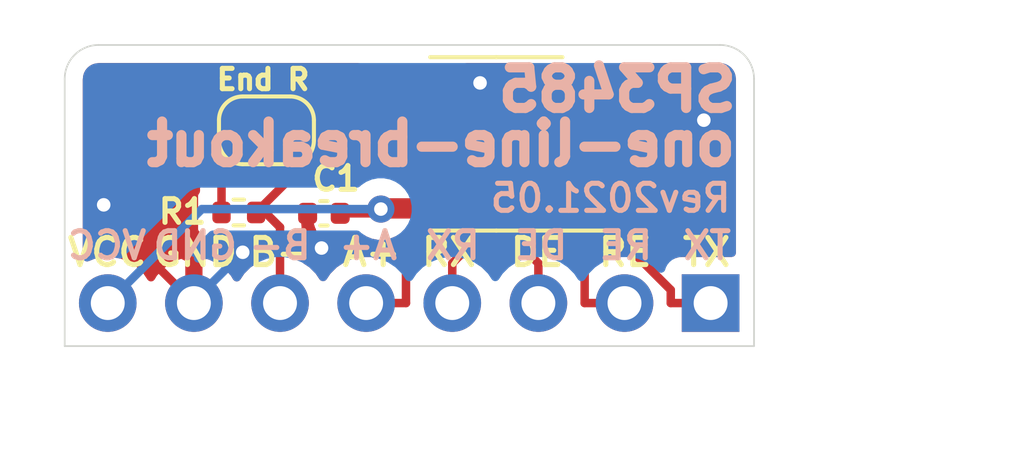
<source format=kicad_pcb>
(kicad_pcb (version 20171130) (host pcbnew 5.1.9-73d0e3b20d~88~ubuntu20.04.1)

  (general
    (thickness 1.6)
    (drawings 28)
    (tracks 60)
    (zones 0)
    (modules 5)
    (nets 10)
  )

  (page A4)
  (layers
    (0 F.Cu signal)
    (31 B.Cu signal)
    (32 B.Adhes user)
    (33 F.Adhes user)
    (34 B.Paste user)
    (35 F.Paste user)
    (36 B.SilkS user)
    (37 F.SilkS user)
    (38 B.Mask user)
    (39 F.Mask user)
    (40 Dwgs.User user)
    (41 Cmts.User user)
    (42 Eco1.User user)
    (43 Eco2.User user)
    (44 Edge.Cuts user)
    (45 Margin user)
    (46 B.CrtYd user)
    (47 F.CrtYd user)
    (48 B.Fab user)
    (49 F.Fab user)
  )

  (setup
    (last_trace_width 0.25)
    (trace_clearance 0.2)
    (zone_clearance 0.508)
    (zone_45_only no)
    (trace_min 0.2)
    (via_size 0.8)
    (via_drill 0.4)
    (via_min_size 0.4)
    (via_min_drill 0.3)
    (uvia_size 0.3)
    (uvia_drill 0.1)
    (uvias_allowed no)
    (uvia_min_size 0.2)
    (uvia_min_drill 0.1)
    (edge_width 0.05)
    (segment_width 0.2)
    (pcb_text_width 0.3)
    (pcb_text_size 1.5 1.5)
    (mod_edge_width 0.12)
    (mod_text_size 1 1)
    (mod_text_width 0.15)
    (pad_size 1.524 1.524)
    (pad_drill 0.762)
    (pad_to_mask_clearance 0)
    (aux_axis_origin 0 0)
    (visible_elements FFFFFF7F)
    (pcbplotparams
      (layerselection 0x010fc_ffffffff)
      (usegerberextensions false)
      (usegerberattributes true)
      (usegerberadvancedattributes true)
      (creategerberjobfile true)
      (excludeedgelayer true)
      (linewidth 0.100000)
      (plotframeref false)
      (viasonmask false)
      (mode 1)
      (useauxorigin false)
      (hpglpennumber 1)
      (hpglpenspeed 20)
      (hpglpendiameter 15.000000)
      (psnegative false)
      (psa4output false)
      (plotreference true)
      (plotvalue true)
      (plotinvisibletext false)
      (padsonsilk false)
      (subtractmaskfromsilk false)
      (outputformat 1)
      (mirror false)
      (drillshape 1)
      (scaleselection 1)
      (outputdirectory ""))
  )

  (net 0 "")
  (net 1 /DI)
  (net 2 /DE)
  (net 3 /RE)
  (net 4 /RO)
  (net 5 VCC)
  (net 6 GND)
  (net 7 /B)
  (net 8 /A)
  (net 9 "Net-(JP1-Pad2)")

  (net_class Default "This is the default net class."
    (clearance 0.2)
    (trace_width 0.25)
    (via_dia 0.8)
    (via_drill 0.4)
    (uvia_dia 0.3)
    (uvia_drill 0.1)
    (add_net /A)
    (add_net /B)
    (add_net /DE)
    (add_net /DI)
    (add_net /RE)
    (add_net /RO)
    (add_net GND)
    (add_net "Net-(JP1-Pad2)")
    (add_net VCC)
  )

  (module Resistor_SMD:R_0402_1005Metric (layer F.Cu) (tedit 5F68FEEE) (tstamp 5F8CB056)
    (at 142.485 73.925)
    (descr "Resistor SMD 0402 (1005 Metric), square (rectangular) end terminal, IPC_7351 nominal, (Body size source: IPC-SM-782 page 72, https://www.pcb-3d.com/wordpress/wp-content/uploads/ipc-sm-782a_amendment_1_and_2.pdf), generated with kicad-footprint-generator")
    (tags resistor)
    (path /5F8C733B)
    (attr smd)
    (fp_text reference R1 (at -1.66 -0.025) (layer F.SilkS)
      (effects (font (size 0.7 0.7) (thickness 0.15)))
    )
    (fp_text value 220 (at 0 1.17) (layer F.Fab)
      (effects (font (size 1 1) (thickness 0.15)))
    )
    (fp_text user %R (at 0 0) (layer F.Fab)
      (effects (font (size 0.26 0.26) (thickness 0.04)))
    )
    (fp_line (start -0.525 0.27) (end -0.525 -0.27) (layer F.Fab) (width 0.1))
    (fp_line (start -0.525 -0.27) (end 0.525 -0.27) (layer F.Fab) (width 0.1))
    (fp_line (start 0.525 -0.27) (end 0.525 0.27) (layer F.Fab) (width 0.1))
    (fp_line (start 0.525 0.27) (end -0.525 0.27) (layer F.Fab) (width 0.1))
    (fp_line (start -0.153641 -0.38) (end 0.153641 -0.38) (layer F.SilkS) (width 0.12))
    (fp_line (start -0.153641 0.38) (end 0.153641 0.38) (layer F.SilkS) (width 0.12))
    (fp_line (start -0.93 0.47) (end -0.93 -0.47) (layer F.CrtYd) (width 0.05))
    (fp_line (start -0.93 -0.47) (end 0.93 -0.47) (layer F.CrtYd) (width 0.05))
    (fp_line (start 0.93 -0.47) (end 0.93 0.47) (layer F.CrtYd) (width 0.05))
    (fp_line (start 0.93 0.47) (end -0.93 0.47) (layer F.CrtYd) (width 0.05))
    (pad 2 smd roundrect (at 0.51 0) (size 0.54 0.64) (layers F.Cu F.Paste F.Mask) (roundrect_rratio 0.25)
      (net 7 /B))
    (pad 1 smd roundrect (at -0.51 0) (size 0.54 0.64) (layers F.Cu F.Paste F.Mask) (roundrect_rratio 0.25)
      (net 9 "Net-(JP1-Pad2)"))
    (model ${KISYS3DMOD}/Resistor_SMD.3dshapes/R_0402_1005Metric.wrl
      (at (xyz 0 0 0))
      (scale (xyz 1 1 1))
      (rotate (xyz 0 0 0))
    )
  )

  (module Capacitor_SMD:C_0402_1005Metric (layer F.Cu) (tedit 5F68FEEE) (tstamp 608AAC74)
    (at 144.995 73.95 180)
    (descr "Capacitor SMD 0402 (1005 Metric), square (rectangular) end terminal, IPC_7351 nominal, (Body size source: IPC-SM-782 page 76, https://www.pcb-3d.com/wordpress/wp-content/uploads/ipc-sm-782a_amendment_1_and_2.pdf), generated with kicad-footprint-generator")
    (tags capacitor)
    (path /608E489F)
    (attr smd)
    (fp_text reference C1 (at -0.355 1.025) (layer F.SilkS)
      (effects (font (size 0.7 0.7) (thickness 0.15)))
    )
    (fp_text value 0.1uf (at 0 1.16) (layer F.Fab)
      (effects (font (size 1 1) (thickness 0.15)))
    )
    (fp_text user %R (at 0 0) (layer F.Fab)
      (effects (font (size 0.25 0.25) (thickness 0.04)))
    )
    (fp_line (start -0.5 0.25) (end -0.5 -0.25) (layer F.Fab) (width 0.1))
    (fp_line (start -0.5 -0.25) (end 0.5 -0.25) (layer F.Fab) (width 0.1))
    (fp_line (start 0.5 -0.25) (end 0.5 0.25) (layer F.Fab) (width 0.1))
    (fp_line (start 0.5 0.25) (end -0.5 0.25) (layer F.Fab) (width 0.1))
    (fp_line (start -0.107836 -0.36) (end 0.107836 -0.36) (layer F.SilkS) (width 0.12))
    (fp_line (start -0.107836 0.36) (end 0.107836 0.36) (layer F.SilkS) (width 0.12))
    (fp_line (start -0.91 0.46) (end -0.91 -0.46) (layer F.CrtYd) (width 0.05))
    (fp_line (start -0.91 -0.46) (end 0.91 -0.46) (layer F.CrtYd) (width 0.05))
    (fp_line (start 0.91 -0.46) (end 0.91 0.46) (layer F.CrtYd) (width 0.05))
    (fp_line (start 0.91 0.46) (end -0.91 0.46) (layer F.CrtYd) (width 0.05))
    (pad 2 smd roundrect (at 0.48 0 180) (size 0.56 0.62) (layers F.Cu F.Paste F.Mask) (roundrect_rratio 0.25)
      (net 6 GND))
    (pad 1 smd roundrect (at -0.48 0 180) (size 0.56 0.62) (layers F.Cu F.Paste F.Mask) (roundrect_rratio 0.25)
      (net 5 VCC))
    (model ${KISYS3DMOD}/Capacitor_SMD.3dshapes/C_0402_1005Metric.wrl
      (at (xyz 0 0 0))
      (scale (xyz 1 1 1))
      (rotate (xyz 0 0 0))
    )
  )

  (module my-kicad-footprints:PinHeader_1x08_P2.54mm_Vertical_witout_silk (layer F.Cu) (tedit 5F9D2193) (tstamp 5F9D81CA)
    (at 156.4 76.6 270)
    (descr "Through hole straight pin header, 1x08, 2.54mm pitch, single row")
    (tags "Through hole pin header THT 1x08 2.54mm single row")
    (path /5F9D3294)
    (fp_text reference J1 (at 0 -2.33 90) (layer F.SilkS) hide
      (effects (font (size 1 1) (thickness 0.15)))
    )
    (fp_text value Conn_01x08 (at 0 20.11 90) (layer F.Fab)
      (effects (font (size 1 1) (thickness 0.15)))
    )
    (fp_line (start 1.8 -1.8) (end -1.8 -1.8) (layer F.CrtYd) (width 0.05))
    (fp_line (start 1.8 19.55) (end 1.8 -1.8) (layer F.CrtYd) (width 0.05))
    (fp_line (start -1.8 19.55) (end 1.8 19.55) (layer F.CrtYd) (width 0.05))
    (fp_line (start -1.8 -1.8) (end -1.8 19.55) (layer F.CrtYd) (width 0.05))
    (fp_line (start -1.27 -0.635) (end -0.635 -1.27) (layer F.Fab) (width 0.1))
    (fp_line (start -1.27 19.05) (end -1.27 -0.635) (layer F.Fab) (width 0.1))
    (fp_line (start 1.27 19.05) (end -1.27 19.05) (layer F.Fab) (width 0.1))
    (fp_line (start 1.27 -1.27) (end 1.27 19.05) (layer F.Fab) (width 0.1))
    (fp_line (start -0.635 -1.27) (end 1.27 -1.27) (layer F.Fab) (width 0.1))
    (fp_text user %R (at 0 8.89) (layer F.Fab)
      (effects (font (size 1 1) (thickness 0.15)))
    )
    (pad 8 thru_hole oval (at 0 17.78 270) (size 1.7 1.7) (drill 1) (layers *.Cu *.Mask)
      (net 5 VCC))
    (pad 7 thru_hole oval (at 0 15.24 270) (size 1.7 1.7) (drill 1) (layers *.Cu *.Mask)
      (net 6 GND))
    (pad 6 thru_hole oval (at 0 12.7 270) (size 1.7 1.7) (drill 1) (layers *.Cu *.Mask)
      (net 7 /B))
    (pad 5 thru_hole oval (at 0 10.16 270) (size 1.7 1.7) (drill 1) (layers *.Cu *.Mask)
      (net 8 /A))
    (pad 4 thru_hole oval (at 0 7.62 270) (size 1.7 1.7) (drill 1) (layers *.Cu *.Mask)
      (net 1 /DI))
    (pad 3 thru_hole oval (at 0 5.08 270) (size 1.7 1.7) (drill 1) (layers *.Cu *.Mask)
      (net 2 /DE))
    (pad 2 thru_hole oval (at 0 2.54 270) (size 1.7 1.7) (drill 1) (layers *.Cu *.Mask)
      (net 3 /RE))
    (pad 1 thru_hole rect (at 0 0 270) (size 1.7 1.7) (drill 1) (layers *.Cu *.Mask)
      (net 4 /RO))
  )

  (module my-kicad-footprints:SolderJumper-2_P1.3mm_Bridged_RoundedPad1.0x1.5mm (layer F.Cu) (tedit 5F9D1B27) (tstamp 5F9D853B)
    (at 143.3 71.5 180)
    (descr "SMD Solder Jumper, 1x1.5mm, rounded Pads, 0.3mm gap, bridged with 1 copper strip")
    (tags "solder jumper open")
    (path /5F8CE2EE)
    (attr virtual)
    (fp_text reference JP1 (at 0 -1.8) (layer F.SilkS) hide
      (effects (font (size 1 1) (thickness 0.15)))
    )
    (fp_text value Bridged (at 0 1.9) (layer F.Fab)
      (effects (font (size 1 1) (thickness 0.15)))
    )
    (fp_poly (pts (xy 0.25 -0.15748) (xy -0.25 -0.15748) (xy -0.25 0.127) (xy 0.25 0.127)) (layer F.Cu) (width 0))
    (fp_line (start 1.65 1.25) (end -1.65 1.25) (layer F.CrtYd) (width 0.05))
    (fp_line (start 1.65 1.25) (end 1.65 -1.25) (layer F.CrtYd) (width 0.05))
    (fp_line (start -1.65 -1.25) (end -1.65 1.25) (layer F.CrtYd) (width 0.05))
    (fp_line (start -1.65 -1.25) (end 1.65 -1.25) (layer F.CrtYd) (width 0.05))
    (fp_line (start -0.7 -1) (end 0.7 -1) (layer F.SilkS) (width 0.12))
    (fp_line (start 1.4 -0.3) (end 1.4 0.3) (layer F.SilkS) (width 0.12))
    (fp_line (start 0.7 1) (end -0.7 1) (layer F.SilkS) (width 0.12))
    (fp_line (start -1.4 0.3) (end -1.4 -0.3) (layer F.SilkS) (width 0.12))
    (fp_poly (pts (xy 0.25 -0.75184) (xy -0.25 -0.75184) (xy -0.25 0.74676) (xy 0.25 0.74676)) (layer F.Mask) (width 0))
    (fp_arc (start -0.7 -0.3) (end -0.7 -1) (angle -90) (layer F.SilkS) (width 0.12))
    (fp_arc (start -0.7 0.3) (end -1.4 0.3) (angle -90) (layer F.SilkS) (width 0.12))
    (fp_arc (start 0.7 0.3) (end 0.7 1) (angle -90) (layer F.SilkS) (width 0.12))
    (fp_arc (start 0.7 -0.3) (end 1.4 -0.3) (angle -90) (layer F.SilkS) (width 0.12))
    (pad 1 smd custom (at -0.65 0 180) (size 1 0.5) (layers F.Cu F.Mask)
      (net 8 /A) (zone_connect 2)
      (options (clearance outline) (anchor rect))
      (primitives
        (gr_circle (center 0 0.25) (end 0.5 0.25) (width 0))
        (gr_circle (center 0 -0.25) (end 0.5 -0.25) (width 0))
        (gr_poly (pts
           (xy 0 -0.75) (xy 0.5 -0.75) (xy 0.5 0.75) (xy 0 0.75)) (width 0))
      ))
    (pad 2 smd custom (at 0.65 0 180) (size 1 0.5) (layers F.Cu F.Mask)
      (net 9 "Net-(JP1-Pad2)") (zone_connect 2)
      (options (clearance outline) (anchor rect))
      (primitives
        (gr_circle (center 0 0.25) (end 0.5 0.25) (width 0))
        (gr_circle (center 0 -0.25) (end 0.5 -0.25) (width 0))
        (gr_poly (pts
           (xy 0 -0.75) (xy -0.5 -0.75) (xy -0.5 0.75) (xy 0 0.75)) (width 0))
      ))
  )

  (module Package_SO:SOIC-8_3.9x4.9mm_P1.27mm (layer F.Cu) (tedit 5D9F72B1) (tstamp 5F8CB070)
    (at 150.08 71.9 180)
    (descr "SOIC, 8 Pin (JEDEC MS-012AA, https://www.analog.com/media/en/package-pcb-resources/package/pkg_pdf/soic_narrow-r/r_8.pdf), generated with kicad-footprint-generator ipc_gullwing_generator.py")
    (tags "SOIC SO")
    (path /5F8C56A7)
    (attr smd)
    (fp_text reference U1 (at 0 -3.4) (layer F.SilkS) hide
      (effects (font (size 1 1) (thickness 0.15)))
    )
    (fp_text value SP3485CN (at 0 3.4) (layer F.Fab)
      (effects (font (size 1 1) (thickness 0.15)))
    )
    (fp_line (start 0 2.56) (end 1.95 2.56) (layer F.SilkS) (width 0.12))
    (fp_line (start 0 2.56) (end -1.95 2.56) (layer F.SilkS) (width 0.12))
    (fp_line (start 0 -2.56) (end 1.95 -2.56) (layer F.SilkS) (width 0.12))
    (fp_line (start 0 -2.56) (end -3.45 -2.56) (layer F.SilkS) (width 0.12))
    (fp_line (start -0.975 -2.45) (end 1.95 -2.45) (layer F.Fab) (width 0.1))
    (fp_line (start 1.95 -2.45) (end 1.95 2.45) (layer F.Fab) (width 0.1))
    (fp_line (start 1.95 2.45) (end -1.95 2.45) (layer F.Fab) (width 0.1))
    (fp_line (start -1.95 2.45) (end -1.95 -1.475) (layer F.Fab) (width 0.1))
    (fp_line (start -1.95 -1.475) (end -0.975 -2.45) (layer F.Fab) (width 0.1))
    (fp_line (start -3.7 -2.7) (end -3.7 2.7) (layer F.CrtYd) (width 0.05))
    (fp_line (start -3.7 2.7) (end 3.7 2.7) (layer F.CrtYd) (width 0.05))
    (fp_line (start 3.7 2.7) (end 3.7 -2.7) (layer F.CrtYd) (width 0.05))
    (fp_line (start 3.7 -2.7) (end -3.7 -2.7) (layer F.CrtYd) (width 0.05))
    (fp_text user %R (at 0 0) (layer F.Fab)
      (effects (font (size 0.98 0.98) (thickness 0.15)))
    )
    (pad 8 smd roundrect (at 2.475 -1.905 180) (size 1.95 0.6) (layers F.Cu F.Paste F.Mask) (roundrect_rratio 0.25)
      (net 5 VCC))
    (pad 7 smd roundrect (at 2.475 -0.635 180) (size 1.95 0.6) (layers F.Cu F.Paste F.Mask) (roundrect_rratio 0.25)
      (net 7 /B))
    (pad 6 smd roundrect (at 2.475 0.635 180) (size 1.95 0.6) (layers F.Cu F.Paste F.Mask) (roundrect_rratio 0.25)
      (net 8 /A))
    (pad 5 smd roundrect (at 2.475 1.905 180) (size 1.95 0.6) (layers F.Cu F.Paste F.Mask) (roundrect_rratio 0.25)
      (net 6 GND))
    (pad 4 smd roundrect (at -2.475 1.905 180) (size 1.95 0.6) (layers F.Cu F.Paste F.Mask) (roundrect_rratio 0.25)
      (net 1 /DI))
    (pad 3 smd roundrect (at -2.475 0.635 180) (size 1.95 0.6) (layers F.Cu F.Paste F.Mask) (roundrect_rratio 0.25)
      (net 2 /DE))
    (pad 2 smd roundrect (at -2.475 -0.635 180) (size 1.95 0.6) (layers F.Cu F.Paste F.Mask) (roundrect_rratio 0.25)
      (net 3 /RE))
    (pad 1 smd roundrect (at -2.475 -1.905 180) (size 1.95 0.6) (layers F.Cu F.Paste F.Mask) (roundrect_rratio 0.25)
      (net 4 /RO))
    (model ${KISYS3DMOD}/Package_SO.3dshapes/SOIC-8_3.9x4.9mm_P1.27mm.wrl
      (at (xyz 0 0 0))
      (scale (xyz 1 1 1))
      (rotate (xyz 0 0 0))
    )
  )

  (dimension 8.920022 (width 0.15) (layer Dwgs.User)
    (gr_text "8.920 mm" (at 161.990873 73.428114 270.1284657) (layer Dwgs.User)
      (effects (font (size 1 1) (thickness 0.15)))
    )
    (feature1 (pts (xy 156.7 77.9) (xy 161.287295 77.889715)))
    (feature2 (pts (xy 156.68 68.98) (xy 161.267295 68.969715)))
    (crossbar (pts (xy 160.680876 68.971029) (xy 160.700876 77.891029)))
    (arrow1a (pts (xy 160.700876 77.891029) (xy 160.111931 76.765843)))
    (arrow1b (pts (xy 160.700876 77.891029) (xy 161.284769 76.763213)))
    (arrow2a (pts (xy 160.680876 68.971029) (xy 160.096983 70.098845)))
    (arrow2b (pts (xy 160.680876 68.971029) (xy 161.269821 70.096215)))
  )
  (dimension 20.33 (width 0.15) (layer Dwgs.User)
    (gr_text "20.330 mm" (at 147.515 81.85) (layer Dwgs.User)
      (effects (font (size 1 1) (thickness 0.15)))
    )
    (feature1 (pts (xy 157.68 77.87) (xy 157.68 81.136421)))
    (feature2 (pts (xy 137.35 77.87) (xy 137.35 81.136421)))
    (crossbar (pts (xy 137.35 80.55) (xy 157.68 80.55)))
    (arrow1a (pts (xy 157.68 80.55) (xy 156.553496 81.136421)))
    (arrow1b (pts (xy 157.68 80.55) (xy 156.553496 79.963579)))
    (arrow2a (pts (xy 137.35 80.55) (xy 138.476504 81.136421)))
    (arrow2b (pts (xy 137.35 80.55) (xy 138.476504 79.963579)))
  )
  (gr_arc (start 138.35 69.98) (end 138.35 68.98) (angle -90) (layer Edge.Cuts) (width 0.05) (tstamp 5FA2919D))
  (gr_arc (start 156.68 69.98) (end 157.68 69.98) (angle -90) (layer Edge.Cuts) (width 0.05) (tstamp 5FA2918E))
  (gr_text VCC (at 138.6 74.9) (layer B.SilkS) (tstamp 5F9D8BA9)
    (effects (font (size 0.8 0.8) (thickness 0.15)) (justify mirror))
  )
  (gr_text GND (at 141.2 74.9) (layer B.SilkS) (tstamp 5F9D8BA9)
    (effects (font (size 0.8 0.8) (thickness 0.15)) (justify mirror))
  )
  (gr_text B- (at 143.7 74.9) (layer B.SilkS) (tstamp 5F9D8BA9)
    (effects (font (size 0.8 0.8) (thickness 0.15)) (justify mirror))
  )
  (gr_text A+ (at 146.3 74.9) (layer B.SilkS) (tstamp 5F9D8BA9)
    (effects (font (size 0.8 0.8) (thickness 0.15)) (justify mirror))
  )
  (gr_text RX (at 148.8 74.9) (layer B.SilkS) (tstamp 5F9D8BA9)
    (effects (font (size 0.8 0.8) (thickness 0.15)) (justify mirror))
  )
  (gr_text DE (at 151.4 74.9) (layer B.SilkS) (tstamp 5F9D8BA9)
    (effects (font (size 0.8 0.8) (thickness 0.15)) (justify mirror))
  )
  (gr_text RE (at 153.9 74.9) (layer B.SilkS) (tstamp 5F9D8BA9)
    (effects (font (size 0.8 0.8) (thickness 0.15)) (justify mirror))
  )
  (gr_text TX (at 156.3 74.9) (layer B.SilkS) (tstamp 5F9D8BA0)
    (effects (font (size 0.8 0.8) (thickness 0.15)) (justify mirror))
  )
  (gr_text one-line-breakout (at 148.45 71.9) (layer B.SilkS) (tstamp 5F8CC4D0)
    (effects (font (size 1.2 1.2) (thickness 0.3)) (justify mirror))
  )
  (gr_text Rev2021.05 (at 153.45 73.5) (layer B.SilkS) (tstamp 5F8CC5AB)
    (effects (font (size 0.8 0.8) (thickness 0.15)) (justify mirror))
  )
  (gr_text SP3485 (at 153.65 70.3) (layer B.SilkS) (tstamp 5F8CC5AB)
    (effects (font (size 1.2 1.2) (thickness 0.3)) (justify mirror))
  )
  (gr_text "End R" (at 143.2 70) (layer F.SilkS) (tstamp 5F8CC4D0)
    (effects (font (size 0.6 0.6) (thickness 0.15)))
  )
  (gr_text VCC (at 138.6 75.1) (layer F.SilkS) (tstamp 5F8CC4D0)
    (effects (font (size 0.8 0.8) (thickness 0.15)))
  )
  (gr_text GND (at 141.2 75.1) (layer F.SilkS) (tstamp 5F8CC4D0)
    (effects (font (size 0.8 0.8) (thickness 0.15)))
  )
  (gr_text B- (at 143.7 75.1) (layer F.SilkS) (tstamp 5F8CC4D0)
    (effects (font (size 0.8 0.8) (thickness 0.15)))
  )
  (gr_text A+ (at 146.4 75.1) (layer F.SilkS) (tstamp 5F8CC4D0)
    (effects (font (size 0.8 0.8) (thickness 0.15)))
  )
  (gr_text RE (at 153.88 75.1) (layer F.SilkS) (tstamp 5F8CC4D0)
    (effects (font (size 0.8 0.8) (thickness 0.15)))
  )
  (gr_text DE (at 151.28 75.1) (layer F.SilkS) (tstamp 5F8CC4D0)
    (effects (font (size 0.8 0.8) (thickness 0.15)))
  )
  (gr_text RX (at 148.68 75.1) (layer F.SilkS) (tstamp 5F8CC4D0)
    (effects (font (size 0.8 0.8) (thickness 0.15)))
  )
  (gr_text TX (at 156.28 75.1) (layer F.SilkS)
    (effects (font (size 0.8 0.8) (thickness 0.15)))
  )
  (gr_line (start 137.35 69.98) (end 137.35 77.87) (layer Edge.Cuts) (width 0.05) (tstamp 5F8CB95F))
  (gr_line (start 156.68 68.98) (end 138.35 68.98) (layer Edge.Cuts) (width 0.05))
  (gr_line (start 157.68 77.87) (end 157.68 69.98) (layer Edge.Cuts) (width 0.05))
  (gr_line (start 137.35 77.87) (end 157.68 77.87) (layer Edge.Cuts) (width 0.05))

  (segment (start 148.78 76.6) (end 148.78 75.4247) (width 0.25) (layer F.Cu) (net 1))
  (segment (start 152.555 69.995) (end 152.1372 69.995) (width 0.25) (layer F.Cu) (net 1))
  (segment (start 152.1372 69.995) (end 149.9553 72.1769) (width 0.25) (layer F.Cu) (net 1))
  (segment (start 149.9553 72.1769) (end 149.9553 74.2494) (width 0.25) (layer F.Cu) (net 1))
  (segment (start 149.9553 74.2494) (end 148.78 75.4247) (width 0.25) (layer F.Cu) (net 1))
  (segment (start 151.32 76.6) (end 151.32 75.4247) (width 0.25) (layer F.Cu) (net 2))
  (segment (start 151.32 75.4247) (end 150.7707 74.8754) (width 0.25) (layer F.Cu) (net 2))
  (segment (start 150.7707 74.8754) (end 150.7707 72.6603) (width 0.25) (layer F.Cu) (net 2))
  (segment (start 150.7707 72.6603) (end 152.166 71.265) (width 0.25) (layer F.Cu) (net 2))
  (segment (start 152.166 71.265) (end 152.555 71.265) (width 0.25) (layer F.Cu) (net 2))
  (segment (start 153.86 76.6) (end 152.6847 76.6) (width 0.25) (layer F.Cu) (net 3))
  (segment (start 152.555 72.535) (end 152.1235 72.535) (width 0.25) (layer F.Cu) (net 3))
  (segment (start 152.1235 72.535) (end 151.2211 73.4374) (width 0.25) (layer F.Cu) (net 3))
  (segment (start 151.2211 73.4374) (end 151.2211 74.1184) (width 0.25) (layer F.Cu) (net 3))
  (segment (start 151.2211 74.1184) (end 152.6847 75.582) (width 0.25) (layer F.Cu) (net 3))
  (segment (start 152.6847 75.582) (end 152.6847 76.6) (width 0.25) (layer F.Cu) (net 3))
  (segment (start 156.4 76.6) (end 155.2247 76.6) (width 0.25) (layer F.Cu) (net 4))
  (segment (start 152.555 73.805) (end 152.8175 73.805) (width 0.25) (layer F.Cu) (net 4))
  (segment (start 152.8175 73.805) (end 155.2247 76.2122) (width 0.25) (layer F.Cu) (net 4))
  (segment (start 155.2247 76.2122) (end 155.2247 76.6) (width 0.25) (layer F.Cu) (net 4))
  (via (at 146.675 73.825) (size 0.8) (drill 0.4) (layers F.Cu B.Cu) (net 5))
  (segment (start 146.695 73.805) (end 146.675 73.825) (width 0.25) (layer F.Cu) (net 5))
  (segment (start 147.605 73.805) (end 146.695 73.805) (width 0.25) (layer F.Cu) (net 5))
  (segment (start 141.395 73.825) (end 138.62 76.6) (width 0.25) (layer B.Cu) (net 5))
  (segment (start 146.675 73.825) (end 141.395 73.825) (width 0.25) (layer B.Cu) (net 5))
  (segment (start 146.55 73.95) (end 146.675 73.825) (width 0.25) (layer F.Cu) (net 5))
  (segment (start 145.475 73.95) (end 146.55 73.95) (width 0.25) (layer F.Cu) (net 5))
  (segment (start 147.605 69.995) (end 142.4395 69.995) (width 0.25) (layer F.Cu) (net 6))
  (segment (start 142.4395 69.995) (end 141.16 71.2745) (width 0.25) (layer F.Cu) (net 6))
  (segment (start 141.16 71.2745) (end 141.16 76.6) (width 0.25) (layer F.Cu) (net 6))
  (via (at 138.5 73.7) (size 0.8) (drill 0.4) (layers F.Cu B.Cu) (net 6))
  (segment (start 138.5 73.94) (end 138.5 73.7) (width 0.25) (layer F.Cu) (net 6))
  (segment (start 141.16 76.6) (end 138.5 73.94) (width 0.25) (layer F.Cu) (net 6))
  (via (at 142.6 75.1) (size 0.8) (drill 0.4) (layers F.Cu B.Cu) (net 6))
  (segment (start 141.16 76.54) (end 142.6 75.1) (width 0.25) (layer B.Cu) (net 6))
  (segment (start 141.16 76.6) (end 141.16 76.54) (width 0.25) (layer B.Cu) (net 6))
  (via (at 149.6 70.1) (size 0.8) (drill 0.4) (layers F.Cu B.Cu) (net 6))
  (segment (start 149.495 69.995) (end 149.6 70.1) (width 0.25) (layer F.Cu) (net 6))
  (segment (start 147.605 69.995) (end 149.495 69.995) (width 0.25) (layer F.Cu) (net 6))
  (via (at 156.2 71.2) (size 0.8) (drill 0.4) (layers F.Cu B.Cu) (net 6))
  (segment (start 155.1 70.1) (end 156.2 71.2) (width 0.25) (layer B.Cu) (net 6))
  (segment (start 149.6 70.1) (end 155.1 70.1) (width 0.25) (layer B.Cu) (net 6))
  (via (at 144.925 74.975) (size 0.8) (drill 0.4) (layers F.Cu B.Cu) (net 6))
  (segment (start 144.515 74.565) (end 144.925 74.975) (width 0.25) (layer F.Cu) (net 6))
  (segment (start 144.515 73.95) (end 144.515 74.565) (width 0.25) (layer F.Cu) (net 6))
  (segment (start 144.385 72.535) (end 142.995 73.925) (width 0.25) (layer F.Cu) (net 7))
  (segment (start 147.605 72.535) (end 144.385 72.535) (width 0.25) (layer F.Cu) (net 7))
  (segment (start 143.7 74.36) (end 143.7 76.6) (width 0.25) (layer F.Cu) (net 7))
  (segment (start 143.265 73.925) (end 143.7 74.36) (width 0.25) (layer F.Cu) (net 7))
  (segment (start 142.995 73.925) (end 143.265 73.925) (width 0.25) (layer F.Cu) (net 7))
  (segment (start 146.24 76.6) (end 147.4153 76.6) (width 0.25) (layer F.Cu) (net 8))
  (segment (start 147.605 71.265) (end 148.0381 71.265) (width 0.25) (layer F.Cu) (net 8))
  (segment (start 148.0381 71.265) (end 148.9065 72.1334) (width 0.25) (layer F.Cu) (net 8))
  (segment (start 148.9065 72.1334) (end 148.9065 74.1889) (width 0.25) (layer F.Cu) (net 8))
  (segment (start 148.9065 74.1889) (end 147.4153 75.6801) (width 0.25) (layer F.Cu) (net 8))
  (segment (start 147.4153 75.6801) (end 147.4153 76.6) (width 0.25) (layer F.Cu) (net 8))
  (segment (start 143.95 71.5) (end 144.185 71.265) (width 0.25) (layer F.Cu) (net 8))
  (segment (start 144.185 71.265) (end 147.605 71.265) (width 0.25) (layer F.Cu) (net 8))
  (segment (start 141.975 72.175) (end 142.65 71.5) (width 0.25) (layer F.Cu) (net 9))
  (segment (start 141.975 73.925) (end 141.975 72.175) (width 0.25) (layer F.Cu) (net 9))

  (zone (net 6) (net_name GND) (layer B.Cu) (tstamp 5F9D1DF0) (hatch edge 0.508)
    (connect_pads (clearance 0.508))
    (min_thickness 0.254)
    (fill yes (arc_segments 32) (thermal_gap 0.508) (thermal_bridge_width 0.508))
    (polygon
      (pts
        (xy 157.68 69.1) (xy 157.68 77.9) (xy 137.4 77.9) (xy 137.4 69.1)
      )
    )
    (filled_polygon
      (pts
        (xy 141.287 76.473) (xy 141.307 76.473) (xy 141.307 76.727) (xy 141.287 76.727) (xy 141.287 76.747)
        (xy 141.033 76.747) (xy 141.033 76.727) (xy 141.013 76.727) (xy 141.013 76.473) (xy 141.033 76.473)
        (xy 141.033 76.453) (xy 141.287 76.453)
      )
    )
    (filled_polygon
      (pts
        (xy 156.745424 69.64958) (xy 156.808356 69.66858) (xy 156.866405 69.699445) (xy 156.917343 69.740989) (xy 156.959248 69.791644)
        (xy 156.990515 69.849471) (xy 157.009956 69.912272) (xy 157.020001 70.007845) (xy 157.02 75.111928) (xy 155.55 75.111928)
        (xy 155.425518 75.124188) (xy 155.30582 75.160498) (xy 155.195506 75.219463) (xy 155.098815 75.298815) (xy 155.019463 75.395506)
        (xy 154.960498 75.50582) (xy 154.938487 75.57838) (xy 154.806632 75.446525) (xy 154.563411 75.28401) (xy 154.293158 75.172068)
        (xy 154.00626 75.115) (xy 153.71374 75.115) (xy 153.426842 75.172068) (xy 153.156589 75.28401) (xy 152.913368 75.446525)
        (xy 152.706525 75.653368) (xy 152.59 75.82776) (xy 152.473475 75.653368) (xy 152.266632 75.446525) (xy 152.023411 75.28401)
        (xy 151.753158 75.172068) (xy 151.46626 75.115) (xy 151.17374 75.115) (xy 150.886842 75.172068) (xy 150.616589 75.28401)
        (xy 150.373368 75.446525) (xy 150.166525 75.653368) (xy 150.05 75.82776) (xy 149.933475 75.653368) (xy 149.726632 75.446525)
        (xy 149.483411 75.28401) (xy 149.213158 75.172068) (xy 148.92626 75.115) (xy 148.63374 75.115) (xy 148.346842 75.172068)
        (xy 148.076589 75.28401) (xy 147.833368 75.446525) (xy 147.626525 75.653368) (xy 147.51 75.82776) (xy 147.393475 75.653368)
        (xy 147.186632 75.446525) (xy 146.943411 75.28401) (xy 146.673158 75.172068) (xy 146.38626 75.115) (xy 146.09374 75.115)
        (xy 145.806842 75.172068) (xy 145.536589 75.28401) (xy 145.293368 75.446525) (xy 145.086525 75.653368) (xy 144.97 75.82776)
        (xy 144.853475 75.653368) (xy 144.646632 75.446525) (xy 144.403411 75.28401) (xy 144.133158 75.172068) (xy 143.84626 75.115)
        (xy 143.55374 75.115) (xy 143.266842 75.172068) (xy 142.996589 75.28401) (xy 142.753368 75.446525) (xy 142.546525 75.653368)
        (xy 142.424805 75.835534) (xy 142.355178 75.718645) (xy 142.160269 75.502412) (xy 141.92692 75.328359) (xy 141.664099 75.203175)
        (xy 141.51689 75.158524) (xy 141.287002 75.279844) (xy 141.287002 75.115) (xy 141.179801 75.115) (xy 141.709802 74.585)
        (xy 145.971289 74.585) (xy 146.015226 74.628937) (xy 146.184744 74.742205) (xy 146.373102 74.820226) (xy 146.573061 74.86)
        (xy 146.776939 74.86) (xy 146.976898 74.820226) (xy 147.165256 74.742205) (xy 147.334774 74.628937) (xy 147.478937 74.484774)
        (xy 147.592205 74.315256) (xy 147.670226 74.126898) (xy 147.71 73.926939) (xy 147.71 73.723061) (xy 147.670226 73.523102)
        (xy 147.592205 73.334744) (xy 147.478937 73.165226) (xy 147.334774 73.021063) (xy 147.165256 72.907795) (xy 146.976898 72.829774)
        (xy 146.776939 72.79) (xy 146.573061 72.79) (xy 146.373102 72.829774) (xy 146.184744 72.907795) (xy 146.015226 73.021063)
        (xy 145.971289 73.065) (xy 141.432325 73.065) (xy 141.395 73.061324) (xy 141.357675 73.065) (xy 141.357667 73.065)
        (xy 141.246014 73.075997) (xy 141.102753 73.119454) (xy 140.970724 73.190026) (xy 140.854999 73.284999) (xy 140.831201 73.313997)
        (xy 138.986408 75.158791) (xy 138.76626 75.115) (xy 138.47374 75.115) (xy 138.186842 75.172068) (xy 138.01 75.245318)
        (xy 138.01 70.012279) (xy 138.01958 69.914576) (xy 138.03858 69.851644) (xy 138.069445 69.793595) (xy 138.110989 69.742657)
        (xy 138.161644 69.700752) (xy 138.219471 69.669485) (xy 138.282272 69.650044) (xy 138.377835 69.64) (xy 156.647721 69.64)
      )
    )
  )
  (zone (net 6) (net_name GND) (layer F.Cu) (tstamp 5F9D8BD7) (hatch edge 0.508)
    (connect_pads (clearance 0.508))
    (min_thickness 0.254)
    (fill yes (arc_segments 32) (thermal_gap 0.508) (thermal_bridge_width 0.508))
    (polygon
      (pts
        (xy 157.68 69.1) (xy 157.68 77.9) (xy 137.4 77.9) (xy 137.4 69.1)
      )
    )
    (filled_polygon
      (pts
        (xy 145.991928 69.695) (xy 145.995 69.70925) (xy 146.15375 69.868) (xy 147.478 69.868) (xy 147.478 69.848)
        (xy 147.732 69.848) (xy 147.732 69.868) (xy 149.05625 69.868) (xy 149.215 69.70925) (xy 149.218072 69.695)
        (xy 149.212655 69.64) (xy 150.972619 69.64) (xy 150.957071 69.691255) (xy 150.941928 69.845) (xy 150.941928 70.11547)
        (xy 149.454389 71.60301) (xy 149.446501 71.593399) (xy 149.417504 71.569602) (xy 149.218072 71.37017) (xy 149.218072 71.115)
        (xy 149.202929 70.961255) (xy 149.158084 70.813418) (xy 149.08627 70.679064) (xy 149.110537 70.649494) (xy 149.169502 70.53918)
        (xy 149.205812 70.419482) (xy 149.218072 70.295) (xy 149.215 70.28075) (xy 149.05625 70.122) (xy 147.732 70.122)
        (xy 147.732 70.142) (xy 147.478 70.142) (xy 147.478 70.122) (xy 146.15375 70.122) (xy 145.995 70.28075)
        (xy 145.991928 70.295) (xy 146.004188 70.419482) (xy 146.03013 70.505) (xy 144.806879 70.505) (xy 144.78769 70.481618)
        (xy 144.718382 70.41231) (xy 144.621691 70.332958) (xy 144.540192 70.278502) (xy 144.429875 70.219536) (xy 144.339319 70.182027)
        (xy 144.219623 70.145718) (xy 144.12349 70.126596) (xy 143.999009 70.114336) (xy 143.97445 70.114336) (xy 143.95 70.111928)
        (xy 143.45 70.111928) (xy 143.325518 70.124188) (xy 143.3 70.131929) (xy 143.274482 70.124188) (xy 143.15 70.111928)
        (xy 142.65 70.111928) (xy 142.62555 70.114336) (xy 142.600991 70.114336) (xy 142.47651 70.126596) (xy 142.380377 70.145718)
        (xy 142.260681 70.182027) (xy 142.170125 70.219536) (xy 142.059808 70.278502) (xy 141.978309 70.332958) (xy 141.881618 70.41231)
        (xy 141.81231 70.481618) (xy 141.732958 70.578309) (xy 141.678502 70.659808) (xy 141.619536 70.770125) (xy 141.582027 70.860681)
        (xy 141.545718 70.980377) (xy 141.526596 71.07651) (xy 141.514336 71.200991) (xy 141.514336 71.22555) (xy 141.511928 71.25)
        (xy 141.511928 71.563271) (xy 141.463998 71.611201) (xy 141.435 71.634999) (xy 141.411202 71.663997) (xy 141.411201 71.663998)
        (xy 141.340026 71.750724) (xy 141.269454 71.882754) (xy 141.23918 71.982558) (xy 141.225998 72.026014) (xy 141.22164 72.070258)
        (xy 141.211324 72.175) (xy 141.215001 72.212332) (xy 141.215 73.288831) (xy 141.197214 73.310504) (xy 141.125775 73.444158)
        (xy 141.081782 73.589181) (xy 141.066928 73.74) (xy 141.066928 74.11) (xy 141.081782 74.260819) (xy 141.125775 74.405842)
        (xy 141.197214 74.539496) (xy 141.293356 74.656644) (xy 141.410504 74.752786) (xy 141.544158 74.824225) (xy 141.689181 74.868218)
        (xy 141.84 74.883072) (xy 142.11 74.883072) (xy 142.260819 74.868218) (xy 142.405842 74.824225) (xy 142.485 74.781914)
        (xy 142.564158 74.824225) (xy 142.709181 74.868218) (xy 142.86 74.883072) (xy 142.94 74.883072) (xy 142.94 75.321821)
        (xy 142.753368 75.446525) (xy 142.546525 75.653368) (xy 142.424805 75.835534) (xy 142.355178 75.718645) (xy 142.160269 75.502412)
        (xy 141.92692 75.328359) (xy 141.664099 75.203175) (xy 141.51689 75.158524) (xy 141.287 75.279845) (xy 141.287 76.473)
        (xy 141.307 76.473) (xy 141.307 76.727) (xy 141.287 76.727) (xy 141.287 76.747) (xy 141.033 76.747)
        (xy 141.033 76.727) (xy 141.013 76.727) (xy 141.013 76.473) (xy 141.033 76.473) (xy 141.033 75.279845)
        (xy 140.80311 75.158524) (xy 140.655901 75.203175) (xy 140.39308 75.328359) (xy 140.159731 75.502412) (xy 139.964822 75.718645)
        (xy 139.895195 75.835534) (xy 139.773475 75.653368) (xy 139.566632 75.446525) (xy 139.323411 75.28401) (xy 139.053158 75.172068)
        (xy 138.76626 75.115) (xy 138.47374 75.115) (xy 138.186842 75.172068) (xy 138.01 75.245318) (xy 138.01 70.012279)
        (xy 138.01958 69.914576) (xy 138.03858 69.851644) (xy 138.069445 69.793595) (xy 138.110989 69.742657) (xy 138.161644 69.700752)
        (xy 138.219471 69.669485) (xy 138.282272 69.650044) (xy 138.377835 69.64) (xy 145.997345 69.64)
      )
    )
    (filled_polygon
      (pts
        (xy 144.556928 74.12) (xy 144.571878 74.271794) (xy 144.616155 74.417755) (xy 144.642 74.466108) (xy 144.642 74.73625)
        (xy 144.80075 74.895) (xy 144.922348 74.885235) (xy 145.041878 74.848377) (xy 145.051509 74.843172) (xy 145.183206 74.883122)
        (xy 145.335 74.898072) (xy 145.615 74.898072) (xy 145.766794 74.883122) (xy 145.912755 74.838845) (xy 146.047274 74.766943)
        (xy 146.116659 74.71) (xy 146.136546 74.71) (xy 146.184744 74.742205) (xy 146.373102 74.820226) (xy 146.573061 74.86)
        (xy 146.776939 74.86) (xy 146.976898 74.820226) (xy 147.163163 74.743072) (xy 147.277527 74.743072) (xy 146.904303 75.116296)
        (xy 146.875299 75.140099) (xy 146.823534 75.203175) (xy 146.804437 75.226445) (xy 146.673158 75.172068) (xy 146.38626 75.115)
        (xy 146.09374 75.115) (xy 145.806842 75.172068) (xy 145.536589 75.28401) (xy 145.293368 75.446525) (xy 145.086525 75.653368)
        (xy 144.97 75.82776) (xy 144.853475 75.653368) (xy 144.646632 75.446525) (xy 144.46 75.321822) (xy 144.46 74.397323)
        (xy 144.463676 74.36) (xy 144.46 74.322677) (xy 144.46 74.322667) (xy 144.449003 74.211014) (xy 144.405546 74.067753)
        (xy 144.369972 74.001199) (xy 144.368 73.99751) (xy 144.368 73.823) (xy 144.388 73.823) (xy 144.388 73.803)
        (xy 144.556928 73.803)
      )
    )
    (filled_polygon
      (pts
        (xy 156.745424 69.64958) (xy 156.808356 69.66858) (xy 156.866405 69.699445) (xy 156.917343 69.740989) (xy 156.959248 69.791644)
        (xy 156.990515 69.849471) (xy 157.009956 69.912272) (xy 157.020001 70.007845) (xy 157.02 75.111928) (xy 155.55 75.111928)
        (xy 155.425518 75.124188) (xy 155.30582 75.160498) (xy 155.26801 75.180708) (xy 154.156795 74.069494) (xy 154.168072 73.955)
        (xy 154.168072 73.655) (xy 154.152929 73.501255) (xy 154.108084 73.353418) (xy 154.035258 73.217171) (xy 153.996546 73.17)
        (xy 154.035258 73.122829) (xy 154.108084 72.986582) (xy 154.152929 72.838745) (xy 154.168072 72.685) (xy 154.168072 72.385)
        (xy 154.152929 72.231255) (xy 154.108084 72.083418) (xy 154.035258 71.947171) (xy 153.996546 71.9) (xy 154.035258 71.852829)
        (xy 154.108084 71.716582) (xy 154.152929 71.568745) (xy 154.168072 71.415) (xy 154.168072 71.115) (xy 154.152929 70.961255)
        (xy 154.108084 70.813418) (xy 154.035258 70.677171) (xy 153.996546 70.63) (xy 154.035258 70.582829) (xy 154.108084 70.446582)
        (xy 154.152929 70.298745) (xy 154.168072 70.145) (xy 154.168072 69.845) (xy 154.152929 69.691255) (xy 154.137381 69.64)
        (xy 156.647721 69.64)
      )
    )
  )
)

</source>
